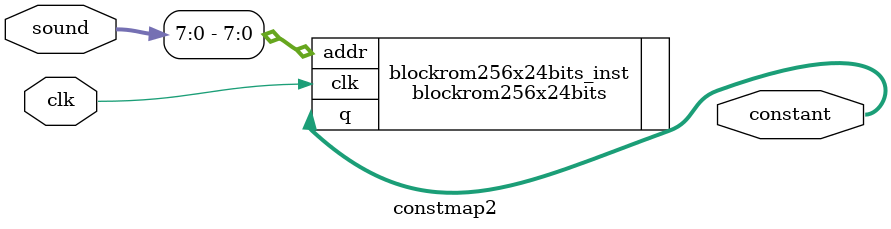
<source format=sv>
module constmap2
(
    // Input Ports
    input  wire  [8:0]   sound,
    input  wire          clk,
    // Output Ports
    output  wire [23:0]  constant
);

blockrom256x24bits blockrom256x24bits_inst
(
	.addr( sound[7:0] ) ,	// input [ADDR_WIDTH-1:0] addr_sig
	.clk( clk ) ,	// input  clk_sig
	.q( constant ) 	// output [DATA_WIDTH-1:0] q_sig
);

defparam blockrom256x24bits_inst.DATA_WIDTH = 24;
defparam blockrom256x24bits_inst.ADDR_WIDTH = 8;

// constmaprom2	constmaprom_inst (
//     .address ( sound[7:0] ),
//     .clock ( clk ),
//     .q ( constant )
//     );

endmodule

</source>
